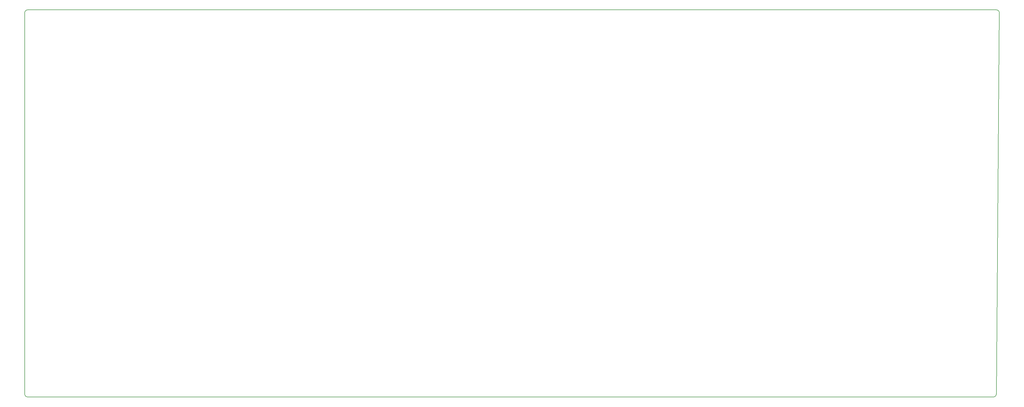
<source format=gm1>
G04 #@! TF.GenerationSoftware,KiCad,Pcbnew,(5.1.5)-3*
G04 #@! TF.CreationDate,2020-07-17T15:38:34-06:00*
G04 #@! TF.ProjectId,fernet,6665726e-6574-42e6-9b69-6361645f7063,rev?*
G04 #@! TF.SameCoordinates,Original*
G04 #@! TF.FileFunction,Profile,NP*
%FSLAX46Y46*%
G04 Gerber Fmt 4.6, Leading zero omitted, Abs format (unit mm)*
G04 Created by KiCad (PCBNEW (5.1.5)-3) date 2020-07-17 15:38:34*
%MOMM*%
%LPD*%
G04 APERTURE LIST*
%ADD10C,0.200000*%
G04 APERTURE END LIST*
D10*
X17000000Y-18000000D02*
X17000000Y-143500000D01*
X336500000Y-17000000D02*
X18000000Y-17000000D01*
X336500000Y-143500000D02*
X337500000Y-18000000D01*
X18000000Y-144500000D02*
X335500000Y-144500000D01*
X18000000Y-144500000D02*
G75*
G02X17000000Y-143500000I0J1000000D01*
G01*
X17000000Y-18000000D02*
G75*
G02X18000000Y-17000000I1000000J0D01*
G01*
X336500000Y-17000000D02*
G75*
G02X337500000Y-18000000I0J-1000000D01*
G01*
X336500000Y-143500000D02*
G75*
G02X335500000Y-144500000I-1000000J0D01*
G01*
M02*

</source>
